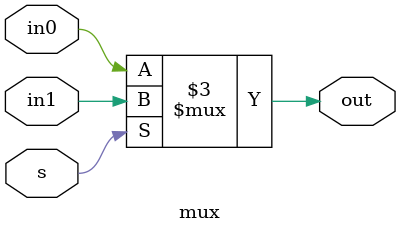
<source format=v>
`timescale 1ns / 1ps


module mux(
    input in0, 
    input in1,
    input s, 
    output reg out
);
    // Output control block 
    always @(*) begin
        if(s)
            out <= in1;    // Output is same as input in port 1 if s = 1
        else
            out <= in0;    // Output is same as input in port 0 if s = 0
    end
endmodule 

</source>
